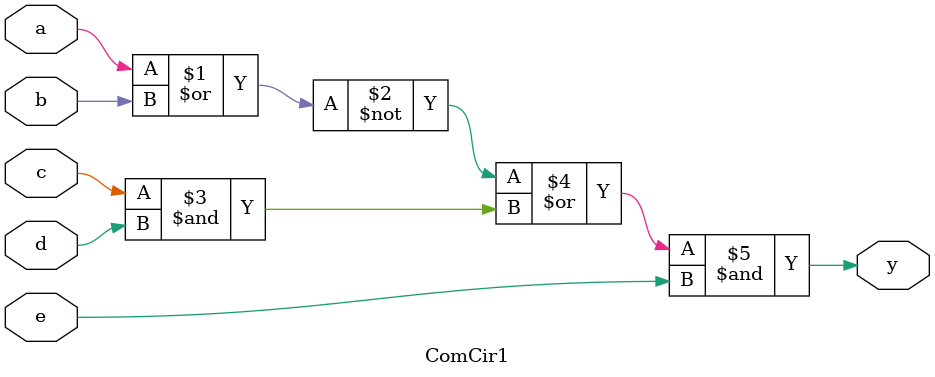
<source format=v>
module ComCir1( input a, b, c, d, e,output y);
assign y = ((~(a | b)) | (c & d)) & e;
endmodule
</source>
